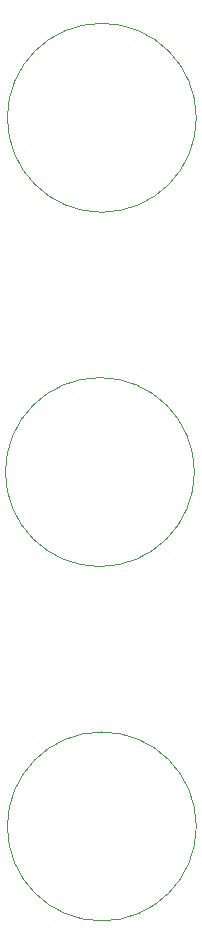
<source format=gbr>
%TF.GenerationSoftware,KiCad,Pcbnew,7.0.9*%
%TF.CreationDate,2024-07-30T16:44:57+08:00*%
%TF.ProjectId,LED,4c45442e-6b69-4636-9164-5f7063625858,rev?*%
%TF.SameCoordinates,Original*%
%TF.FileFunction,Profile,NP*%
%FSLAX46Y46*%
G04 Gerber Fmt 4.6, Leading zero omitted, Abs format (unit mm)*
G04 Created by KiCad (PCBNEW 7.0.9) date 2024-07-30 16:44:57*
%MOMM*%
%LPD*%
G01*
G04 APERTURE LIST*
%TA.AperFunction,Profile*%
%ADD10C,0.100000*%
%TD*%
G04 APERTURE END LIST*
D10*
X117836228Y-119995127D02*
G75*
G03*
X117836228Y-119995127I-8000000J0D01*
G01*
X118000000Y-150000000D02*
G75*
G03*
X118000000Y-150000000I-8000000J0D01*
G01*
X118000000Y-90000000D02*
G75*
G03*
X118000000Y-90000000I-8000000J0D01*
G01*
M02*

</source>
